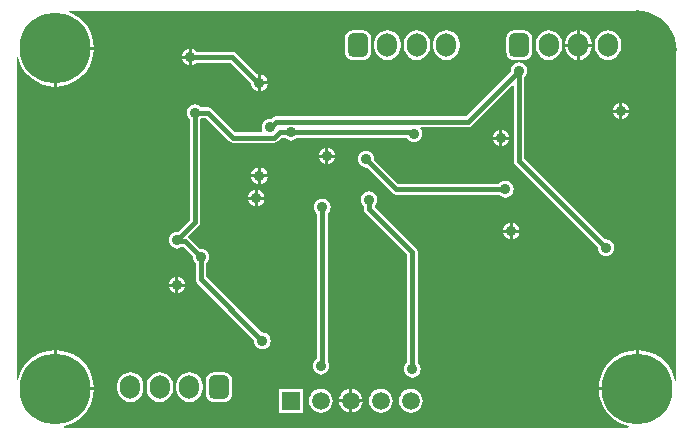
<source format=gbl>
G04*
G04 #@! TF.GenerationSoftware,Altium Limited,Altium Designer,20.2.3 (150)*
G04*
G04 Layer_Physical_Order=2*
G04 Layer_Color=16711680*
%FSLAX25Y25*%
%MOIN*%
G70*
G04*
G04 #@! TF.SameCoordinates,FEE7AC8F-F901-45B1-A19B-458FA38B073B*
G04*
G04*
G04 #@! TF.FilePolarity,Positive*
G04*
G01*
G75*
%ADD48C,0.01500*%
%ADD49O,0.06693X0.07874*%
G04:AMPARAMS|DCode=50|XSize=66.93mil|YSize=78.74mil|CornerRadius=16.73mil|HoleSize=0mil|Usage=FLASHONLY|Rotation=0.000|XOffset=0mil|YOffset=0mil|HoleType=Round|Shape=RoundedRectangle|*
%AMROUNDEDRECTD50*
21,1,0.06693,0.04528,0,0,0.0*
21,1,0.03347,0.07874,0,0,0.0*
1,1,0.03346,0.01673,-0.02264*
1,1,0.03346,-0.01673,-0.02264*
1,1,0.03346,-0.01673,0.02264*
1,1,0.03346,0.01673,0.02264*
%
%ADD50ROUNDEDRECTD50*%
%ADD51C,0.05906*%
%ADD52R,0.05906X0.05906*%
%ADD53C,0.23622*%
%ADD54C,0.03543*%
G36*
X493583Y368480D02*
X495656Y367982D01*
X497626Y367166D01*
X499444Y366052D01*
X501065Y364667D01*
X502450Y363046D01*
X503564Y361228D01*
X504380Y359259D01*
X504878Y357185D01*
X505039Y355136D01*
X505030Y355092D01*
X505023Y355060D01*
X505008Y354593D01*
X505015Y354540D01*
X505023Y354495D01*
Y245273D01*
X504524Y245214D01*
X504222Y246471D01*
X503450Y248334D01*
X502396Y250053D01*
X501087Y251587D01*
X499553Y252896D01*
X497834Y253950D01*
X495971Y254722D01*
X494010Y255192D01*
X492500Y255311D01*
Y242500D01*
X492000D01*
Y242000D01*
X479189D01*
X479308Y240490D01*
X479778Y238529D01*
X480550Y236666D01*
X481604Y234947D01*
X482913Y233413D01*
X484447Y232104D01*
X486166Y231050D01*
X488029Y230278D01*
X489066Y230029D01*
X489007Y229529D01*
X300954Y229529D01*
X300895Y230029D01*
X301962Y230286D01*
X303825Y231057D01*
X305544Y232111D01*
X307077Y233420D01*
X308387Y234954D01*
X309441Y236673D01*
X310212Y238536D01*
X310683Y240497D01*
X310802Y242007D01*
X297991D01*
Y242507D01*
X297491D01*
Y255318D01*
X295980Y255200D01*
X294020Y254729D01*
X292157Y253957D01*
X290437Y252904D01*
X288904Y251594D01*
X287594Y250061D01*
X286541Y248341D01*
X285769Y246478D01*
X285538Y245518D01*
X285038Y245577D01*
Y352969D01*
X285538Y353028D01*
X285778Y352029D01*
X286550Y350166D01*
X287604Y348447D01*
X288913Y346913D01*
X290447Y345604D01*
X292166Y344550D01*
X294029Y343778D01*
X295990Y343308D01*
X297500Y343189D01*
Y356000D01*
X298000D01*
Y356500D01*
X310811D01*
X310692Y358010D01*
X310222Y359971D01*
X309450Y361834D01*
X308396Y363553D01*
X307087Y365087D01*
X305553Y366396D01*
X303834Y367450D01*
X302577Y367971D01*
X302676Y368471D01*
X491303D01*
X491888Y368587D01*
X491923Y368610D01*
X493583Y368480D01*
D02*
G37*
%LPC*%
G36*
X472843Y361909D02*
Y357500D01*
X476726D01*
Y357591D01*
X476577Y358725D01*
X476139Y359783D01*
X475443Y360690D01*
X474535Y361387D01*
X473477Y361825D01*
X472843Y361909D01*
D02*
G37*
G36*
X471842D02*
X471208Y361825D01*
X470151Y361387D01*
X469243Y360690D01*
X468546Y359783D01*
X468108Y358725D01*
X467959Y357591D01*
Y357500D01*
X471842D01*
Y361909D01*
D02*
G37*
G36*
X342500Y355730D02*
X342277Y355700D01*
X341602Y355421D01*
X341023Y354977D01*
X340579Y354398D01*
X340300Y353724D01*
X340270Y353500D01*
X342500D01*
Y355730D01*
D02*
G37*
G36*
X476726Y356500D02*
X472843D01*
Y352091D01*
X473477Y352175D01*
X474535Y352613D01*
X475443Y353309D01*
X476139Y354218D01*
X476577Y355275D01*
X476726Y356409D01*
Y356500D01*
D02*
G37*
G36*
X471842D02*
X467959D01*
Y356409D01*
X468108Y355275D01*
X468546Y354218D01*
X469243Y353309D01*
X470151Y352613D01*
X471208Y352175D01*
X471842Y352091D01*
Y356500D01*
D02*
G37*
G36*
X454331Y361960D02*
X450984D01*
X450286Y361868D01*
X449636Y361599D01*
X449078Y361170D01*
X448649Y360612D01*
X448380Y359962D01*
X448288Y359264D01*
Y354736D01*
X448380Y354038D01*
X448649Y353388D01*
X449078Y352830D01*
X449636Y352401D01*
X450286Y352132D01*
X450984Y352040D01*
X454331D01*
X455029Y352132D01*
X455679Y352401D01*
X456237Y352830D01*
X456666Y353388D01*
X456935Y354038D01*
X457027Y354736D01*
Y359264D01*
X456935Y359962D01*
X456666Y360612D01*
X456237Y361170D01*
X455679Y361599D01*
X455029Y361868D01*
X454331Y361960D01*
D02*
G37*
G36*
X400488D02*
X397142D01*
X396444Y361868D01*
X395794Y361599D01*
X395235Y361170D01*
X394807Y360612D01*
X394537Y359962D01*
X394445Y359264D01*
Y354736D01*
X394537Y354038D01*
X394807Y353388D01*
X395235Y352830D01*
X395794Y352401D01*
X396444Y352132D01*
X397142Y352040D01*
X400488D01*
X401186Y352132D01*
X401836Y352401D01*
X402395Y352830D01*
X402823Y353388D01*
X403093Y354038D01*
X403185Y354736D01*
Y359264D01*
X403093Y359962D01*
X402823Y360612D01*
X402395Y361170D01*
X401836Y361599D01*
X401186Y361868D01*
X400488Y361960D01*
D02*
G37*
G36*
X482185Y361975D02*
X481050Y361825D01*
X479993Y361387D01*
X479085Y360690D01*
X478388Y359783D01*
X477950Y358725D01*
X477801Y357591D01*
Y356409D01*
X477950Y355275D01*
X478388Y354218D01*
X479085Y353309D01*
X479993Y352613D01*
X481050Y352175D01*
X482185Y352026D01*
X483320Y352175D01*
X484377Y352613D01*
X485285Y353309D01*
X485982Y354218D01*
X486420Y355275D01*
X486569Y356409D01*
Y357591D01*
X486420Y358725D01*
X485982Y359783D01*
X485285Y360690D01*
X484377Y361387D01*
X483320Y361825D01*
X482185Y361975D01*
D02*
G37*
G36*
X462500D02*
X461365Y361825D01*
X460308Y361387D01*
X459400Y360690D01*
X458703Y359783D01*
X458265Y358725D01*
X458116Y357591D01*
Y356409D01*
X458265Y355275D01*
X458703Y354218D01*
X459400Y353309D01*
X460308Y352613D01*
X461365Y352175D01*
X462500Y352026D01*
X463635Y352175D01*
X464692Y352613D01*
X465600Y353309D01*
X466297Y354218D01*
X466735Y355275D01*
X466884Y356409D01*
Y357591D01*
X466735Y358725D01*
X466297Y359783D01*
X465600Y360690D01*
X464692Y361387D01*
X463635Y361825D01*
X462500Y361975D01*
D02*
G37*
G36*
X428342D02*
X427208Y361825D01*
X426151Y361387D01*
X425243Y360690D01*
X424546Y359783D01*
X424108Y358725D01*
X423959Y357591D01*
Y356409D01*
X424108Y355275D01*
X424546Y354218D01*
X425243Y353309D01*
X426151Y352613D01*
X427208Y352175D01*
X428342Y352026D01*
X429477Y352175D01*
X430535Y352613D01*
X431442Y353309D01*
X432139Y354218D01*
X432577Y355275D01*
X432726Y356409D01*
Y357591D01*
X432577Y358725D01*
X432139Y359783D01*
X431442Y360690D01*
X430535Y361387D01*
X429477Y361825D01*
X428342Y361975D01*
D02*
G37*
G36*
X418500D02*
X417365Y361825D01*
X416308Y361387D01*
X415400Y360690D01*
X414703Y359783D01*
X414265Y358725D01*
X414116Y357591D01*
Y356409D01*
X414265Y355275D01*
X414703Y354218D01*
X415400Y353309D01*
X416308Y352613D01*
X417365Y352175D01*
X418500Y352026D01*
X419635Y352175D01*
X420692Y352613D01*
X421600Y353309D01*
X422297Y354218D01*
X422735Y355275D01*
X422884Y356409D01*
Y357591D01*
X422735Y358725D01*
X422297Y359783D01*
X421600Y360690D01*
X420692Y361387D01*
X419635Y361825D01*
X418500Y361975D01*
D02*
G37*
G36*
X408658D02*
X407523Y361825D01*
X406465Y361387D01*
X405557Y360690D01*
X404861Y359783D01*
X404423Y358725D01*
X404274Y357591D01*
Y356409D01*
X404423Y355275D01*
X404861Y354218D01*
X405557Y353309D01*
X406465Y352613D01*
X407523Y352175D01*
X408658Y352026D01*
X409792Y352175D01*
X410850Y352613D01*
X411757Y353309D01*
X412454Y354218D01*
X412892Y355275D01*
X413041Y356409D01*
Y357591D01*
X412892Y358725D01*
X412454Y359783D01*
X411757Y360690D01*
X410850Y361387D01*
X409792Y361825D01*
X408658Y361975D01*
D02*
G37*
G36*
X342500Y352500D02*
X340270D01*
X340300Y352276D01*
X340579Y351602D01*
X341023Y351023D01*
X341602Y350579D01*
X342277Y350300D01*
X342500Y350270D01*
Y352500D01*
D02*
G37*
G36*
X366500Y347230D02*
Y345000D01*
X368730D01*
X368700Y345223D01*
X368421Y345898D01*
X367977Y346477D01*
X367398Y346921D01*
X366723Y347200D01*
X366500Y347230D01*
D02*
G37*
G36*
X310811Y355500D02*
X298500D01*
Y343189D01*
X300010Y343308D01*
X301971Y343778D01*
X303834Y344550D01*
X305553Y345604D01*
X307087Y346913D01*
X308396Y348447D01*
X309450Y350166D01*
X310222Y352029D01*
X310692Y353990D01*
X310811Y355500D01*
D02*
G37*
G36*
X368730Y344000D02*
X366500D01*
Y341770D01*
X366723Y341800D01*
X367398Y342079D01*
X367977Y342523D01*
X368421Y343102D01*
X368700Y343776D01*
X368730Y344000D01*
D02*
G37*
G36*
X343500Y355730D02*
Y353000D01*
Y350270D01*
X343724Y350300D01*
X344398Y350579D01*
X344977Y351023D01*
X345125Y351216D01*
X356261D01*
X363239Y344238D01*
X363300Y343776D01*
X363579Y343102D01*
X364023Y342523D01*
X364602Y342079D01*
X365277Y341800D01*
X365500Y341770D01*
Y344500D01*
Y347230D01*
X365318Y347206D01*
X358262Y354262D01*
X357683Y354648D01*
X357000Y354784D01*
X345125D01*
X344977Y354977D01*
X344398Y355421D01*
X343724Y355700D01*
X343500Y355730D01*
D02*
G37*
G36*
X487000Y337730D02*
Y335500D01*
X489230D01*
X489200Y335723D01*
X488921Y336398D01*
X488477Y336977D01*
X487898Y337421D01*
X487223Y337700D01*
X487000Y337730D01*
D02*
G37*
G36*
X486000D02*
X485777Y337700D01*
X485102Y337421D01*
X484523Y336977D01*
X484079Y336398D01*
X483800Y335723D01*
X483770Y335500D01*
X486000D01*
Y337730D01*
D02*
G37*
G36*
X489230Y334500D02*
X487000D01*
Y332270D01*
X487223Y332300D01*
X487898Y332579D01*
X488477Y333023D01*
X488921Y333602D01*
X489200Y334277D01*
X489230Y334500D01*
D02*
G37*
G36*
X486000D02*
X483770D01*
X483800Y334277D01*
X484079Y333602D01*
X484523Y333023D01*
X485102Y332579D01*
X485777Y332300D01*
X486000Y332270D01*
Y334500D01*
D02*
G37*
G36*
X447000Y328730D02*
Y326500D01*
X449230D01*
X449200Y326724D01*
X448921Y327398D01*
X448477Y327977D01*
X447898Y328421D01*
X447224Y328700D01*
X447000Y328730D01*
D02*
G37*
G36*
X446000D02*
X445777Y328700D01*
X445102Y328421D01*
X444523Y327977D01*
X444079Y327398D01*
X443800Y326724D01*
X443770Y326500D01*
X446000D01*
Y328730D01*
D02*
G37*
G36*
X449230Y325500D02*
X447000D01*
Y323270D01*
X447224Y323300D01*
X447898Y323579D01*
X448477Y324023D01*
X448921Y324602D01*
X449200Y325276D01*
X449230Y325500D01*
D02*
G37*
G36*
X446000D02*
X443770D01*
X443800Y325276D01*
X444079Y324602D01*
X444523Y324023D01*
X445102Y323579D01*
X445777Y323300D01*
X446000Y323270D01*
Y325500D01*
D02*
G37*
G36*
X389000Y322730D02*
Y320500D01*
X391230D01*
X391200Y320724D01*
X390921Y321398D01*
X390477Y321977D01*
X389898Y322421D01*
X389224Y322700D01*
X389000Y322730D01*
D02*
G37*
G36*
X388000D02*
X387776Y322700D01*
X387102Y322421D01*
X386523Y321977D01*
X386079Y321398D01*
X385800Y320724D01*
X385770Y320500D01*
X388000D01*
Y322730D01*
D02*
G37*
G36*
X391230Y319500D02*
X389000D01*
Y317270D01*
X389224Y317300D01*
X389898Y317579D01*
X390477Y318023D01*
X390921Y318602D01*
X391200Y319276D01*
X391230Y319500D01*
D02*
G37*
G36*
X388000D02*
X385770D01*
X385800Y319276D01*
X386079Y318602D01*
X386523Y318023D01*
X387102Y317579D01*
X387776Y317300D01*
X388000Y317270D01*
Y319500D01*
D02*
G37*
G36*
X366500Y316230D02*
Y314000D01*
X368730D01*
X368700Y314224D01*
X368421Y314898D01*
X367977Y315477D01*
X367398Y315921D01*
X366723Y316200D01*
X366500Y316230D01*
D02*
G37*
G36*
X365500D02*
X365277Y316200D01*
X364602Y315921D01*
X364023Y315477D01*
X363579Y314898D01*
X363300Y314224D01*
X363270Y314000D01*
X365500D01*
Y316230D01*
D02*
G37*
G36*
X368730Y313000D02*
X366500D01*
Y310770D01*
X366723Y310800D01*
X367398Y311079D01*
X367977Y311523D01*
X368421Y312102D01*
X368700Y312776D01*
X368730Y313000D01*
D02*
G37*
G36*
X365500D02*
X363270D01*
X363300Y312776D01*
X363579Y312102D01*
X364023Y311523D01*
X364602Y311079D01*
X365277Y310800D01*
X365500Y310770D01*
Y313000D01*
D02*
G37*
G36*
Y308730D02*
Y306500D01*
X367730D01*
X367700Y306723D01*
X367421Y307398D01*
X366977Y307977D01*
X366398Y308421D01*
X365723Y308700D01*
X365500Y308730D01*
D02*
G37*
G36*
X364500D02*
X364277Y308700D01*
X363602Y308421D01*
X363023Y307977D01*
X362579Y307398D01*
X362300Y306723D01*
X362270Y306500D01*
X364500D01*
Y308730D01*
D02*
G37*
G36*
X401500Y321796D02*
X400776Y321700D01*
X400102Y321421D01*
X399523Y320977D01*
X399079Y320398D01*
X398800Y319724D01*
X398704Y319000D01*
X398800Y318277D01*
X399079Y317602D01*
X399523Y317023D01*
X400102Y316579D01*
X400776Y316300D01*
X401500Y316204D01*
X401741Y316236D01*
X410238Y307738D01*
X410238Y307738D01*
X410817Y307351D01*
X411500Y307216D01*
X411500Y307216D01*
X445876D01*
X446023Y307023D01*
X446602Y306579D01*
X447276Y306300D01*
X448000Y306204D01*
X448724Y306300D01*
X449398Y306579D01*
X449977Y307023D01*
X450421Y307602D01*
X450700Y308277D01*
X450796Y309000D01*
X450700Y309723D01*
X450421Y310398D01*
X449977Y310977D01*
X449398Y311421D01*
X448724Y311700D01*
X448000Y311796D01*
X447276Y311700D01*
X446602Y311421D01*
X446023Y310977D01*
X445876Y310784D01*
X412239D01*
X404264Y318759D01*
X404296Y319000D01*
X404200Y319724D01*
X403921Y320398D01*
X403477Y320977D01*
X402898Y321421D01*
X402223Y321700D01*
X401500Y321796D01*
D02*
G37*
G36*
X367730Y305500D02*
X365500D01*
Y303270D01*
X365723Y303300D01*
X366398Y303579D01*
X366977Y304023D01*
X367421Y304602D01*
X367700Y305276D01*
X367730Y305500D01*
D02*
G37*
G36*
X364500D02*
X362270D01*
X362300Y305276D01*
X362579Y304602D01*
X363023Y304023D01*
X363602Y303579D01*
X364277Y303300D01*
X364500Y303270D01*
Y305500D01*
D02*
G37*
G36*
X450500Y297730D02*
Y295500D01*
X452730D01*
X452700Y295724D01*
X452421Y296398D01*
X451977Y296977D01*
X451398Y297421D01*
X450724Y297700D01*
X450500Y297730D01*
D02*
G37*
G36*
X449500D02*
X449276Y297700D01*
X448602Y297421D01*
X448023Y296977D01*
X447579Y296398D01*
X447300Y295724D01*
X447270Y295500D01*
X449500D01*
Y297730D01*
D02*
G37*
G36*
X452730Y294500D02*
X450500D01*
Y292270D01*
X450724Y292300D01*
X451398Y292579D01*
X451977Y293023D01*
X452421Y293602D01*
X452700Y294276D01*
X452730Y294500D01*
D02*
G37*
G36*
X449500D02*
X447270D01*
X447300Y294276D01*
X447579Y293602D01*
X448023Y293023D01*
X448602Y292579D01*
X449276Y292300D01*
X449500Y292270D01*
Y294500D01*
D02*
G37*
G36*
X452500Y351296D02*
X451777Y351200D01*
X451102Y350921D01*
X450523Y350477D01*
X450079Y349898D01*
X449800Y349223D01*
X449704Y348500D01*
X449736Y348259D01*
X434783Y333306D01*
X371522D01*
X371522Y333306D01*
X370839Y333170D01*
X370260Y332783D01*
X370260Y332783D01*
X369942Y332466D01*
X369500Y332524D01*
X368776Y332429D01*
X368102Y332149D01*
X367523Y331705D01*
X367079Y331126D01*
X366800Y330452D01*
X366704Y329728D01*
X366800Y329005D01*
X367013Y328491D01*
X366765Y327991D01*
X357988D01*
X350217Y335762D01*
X349639Y336149D01*
X348956Y336284D01*
X346624D01*
X346477Y336477D01*
X345898Y336921D01*
X345223Y337200D01*
X344500Y337296D01*
X343776Y337200D01*
X343102Y336921D01*
X342523Y336477D01*
X342079Y335898D01*
X341800Y335224D01*
X341704Y334500D01*
X341800Y333776D01*
X342079Y333102D01*
X342523Y332523D01*
X342716Y332376D01*
Y298739D01*
X338740Y294764D01*
X338500Y294796D01*
X337776Y294700D01*
X337102Y294421D01*
X336523Y293977D01*
X336079Y293398D01*
X335800Y292723D01*
X335704Y292000D01*
X335800Y291277D01*
X336079Y290602D01*
X336523Y290023D01*
X337102Y289579D01*
X337776Y289300D01*
X338500Y289204D01*
X339224Y289300D01*
X339898Y289579D01*
X340413Y289975D01*
X343736Y286652D01*
X343704Y286411D01*
X343800Y285688D01*
X344079Y285014D01*
X344523Y284435D01*
X344716Y284287D01*
Y279000D01*
X344851Y278317D01*
X345238Y277738D01*
X364236Y258740D01*
X364204Y258500D01*
X364300Y257776D01*
X364579Y257102D01*
X365023Y256523D01*
X365602Y256079D01*
X366277Y255800D01*
X367000Y255704D01*
X367723Y255800D01*
X368398Y256079D01*
X368977Y256523D01*
X369421Y257102D01*
X369700Y257776D01*
X369796Y258500D01*
X369700Y259224D01*
X369421Y259898D01*
X368977Y260477D01*
X368398Y260921D01*
X367723Y261200D01*
X367000Y261296D01*
X366759Y261264D01*
X348284Y279739D01*
Y284287D01*
X348477Y284435D01*
X348921Y285014D01*
X349200Y285688D01*
X349296Y286411D01*
X349200Y287135D01*
X348921Y287809D01*
X348477Y288388D01*
X347898Y288832D01*
X347223Y289112D01*
X346500Y289207D01*
X346259Y289175D01*
X342311Y293124D01*
X342296Y293273D01*
X345762Y296738D01*
X346148Y297317D01*
X346284Y298000D01*
Y332376D01*
X346477Y332523D01*
X346624Y332716D01*
X348217D01*
X355987Y324945D01*
X355987Y324945D01*
X356566Y324558D01*
X357249Y324422D01*
X357249Y324422D01*
X370959D01*
X371641Y324558D01*
X372220Y324945D01*
X373491Y326216D01*
X374376D01*
X374523Y326023D01*
X375102Y325579D01*
X375777Y325300D01*
X376500Y325204D01*
X377223Y325300D01*
X377898Y325579D01*
X378477Y326023D01*
X378625Y326216D01*
X415032D01*
X415079Y326102D01*
X415523Y325523D01*
X416102Y325079D01*
X416777Y324800D01*
X417500Y324704D01*
X418223Y324800D01*
X418898Y325079D01*
X419477Y325523D01*
X419921Y326102D01*
X420200Y326777D01*
X420296Y327500D01*
X420200Y328223D01*
X419921Y328898D01*
X419661Y329237D01*
X419907Y329737D01*
X435522D01*
X436204Y329873D01*
X436783Y330260D01*
X450254Y343730D01*
X450716Y343539D01*
Y318500D01*
X450851Y317817D01*
X451238Y317238D01*
X478736Y289740D01*
X478704Y289500D01*
X478800Y288776D01*
X479079Y288102D01*
X479523Y287523D01*
X480102Y287079D01*
X480777Y286800D01*
X481500Y286704D01*
X482224Y286800D01*
X482898Y287079D01*
X483477Y287523D01*
X483921Y288102D01*
X484200Y288776D01*
X484296Y289500D01*
X484200Y290224D01*
X483921Y290898D01*
X483477Y291477D01*
X482898Y291921D01*
X482224Y292200D01*
X481500Y292296D01*
X481259Y292264D01*
X454284Y319239D01*
Y346375D01*
X454477Y346523D01*
X454921Y347102D01*
X455200Y347777D01*
X455296Y348500D01*
X455200Y349223D01*
X454921Y349898D01*
X454477Y350477D01*
X453898Y350921D01*
X453224Y351200D01*
X452500Y351296D01*
D02*
G37*
G36*
X339000Y279730D02*
Y277500D01*
X341230D01*
X341200Y277724D01*
X340921Y278398D01*
X340477Y278977D01*
X339898Y279421D01*
X339224Y279700D01*
X339000Y279730D01*
D02*
G37*
G36*
X338000D02*
X337776Y279700D01*
X337102Y279421D01*
X336523Y278977D01*
X336079Y278398D01*
X335800Y277724D01*
X335770Y277500D01*
X338000D01*
Y279730D01*
D02*
G37*
G36*
X341230Y276500D02*
X339000D01*
Y274270D01*
X339224Y274300D01*
X339898Y274579D01*
X340477Y275023D01*
X340921Y275602D01*
X341200Y276276D01*
X341230Y276500D01*
D02*
G37*
G36*
X338000D02*
X335770D01*
X335800Y276276D01*
X336079Y275602D01*
X336523Y275023D01*
X337102Y274579D01*
X337776Y274300D01*
X338000Y274270D01*
Y276500D01*
D02*
G37*
G36*
X387000Y305796D02*
X386277Y305700D01*
X385602Y305421D01*
X385023Y304977D01*
X384579Y304398D01*
X384300Y303724D01*
X384204Y303000D01*
X384300Y302276D01*
X384579Y301602D01*
X385023Y301023D01*
X385216Y300875D01*
Y252468D01*
X385102Y252421D01*
X384523Y251977D01*
X384079Y251398D01*
X383800Y250724D01*
X383704Y250000D01*
X383800Y249276D01*
X384079Y248602D01*
X384523Y248023D01*
X385102Y247579D01*
X385776Y247300D01*
X386500Y247204D01*
X387224Y247300D01*
X387898Y247579D01*
X388477Y248023D01*
X388921Y248602D01*
X389200Y249276D01*
X389296Y250000D01*
X389200Y250724D01*
X388921Y251398D01*
X388784Y251576D01*
Y300875D01*
X388977Y301023D01*
X389421Y301602D01*
X389700Y302276D01*
X389796Y303000D01*
X389700Y303724D01*
X389421Y304398D01*
X388977Y304977D01*
X388398Y305421D01*
X387723Y305700D01*
X387000Y305796D01*
D02*
G37*
G36*
X402500Y308296D02*
X401777Y308200D01*
X401102Y307921D01*
X400523Y307477D01*
X400079Y306898D01*
X399800Y306224D01*
X399704Y305500D01*
X399800Y304777D01*
X400079Y304102D01*
X400523Y303523D01*
X400716Y303376D01*
Y302500D01*
X400851Y301817D01*
X401238Y301238D01*
X415216Y287261D01*
Y251125D01*
X415023Y250977D01*
X414579Y250398D01*
X414300Y249724D01*
X414204Y249000D01*
X414300Y248276D01*
X414579Y247602D01*
X415023Y247023D01*
X415602Y246579D01*
X416277Y246300D01*
X417000Y246204D01*
X417724Y246300D01*
X418398Y246579D01*
X418977Y247023D01*
X419421Y247602D01*
X419700Y248276D01*
X419796Y249000D01*
X419700Y249724D01*
X419421Y250398D01*
X418977Y250977D01*
X418784Y251125D01*
Y288000D01*
X418784Y288000D01*
X418648Y288683D01*
X418262Y289262D01*
X418262Y289262D01*
X404554Y302970D01*
X404477Y303523D01*
X404921Y304102D01*
X405200Y304777D01*
X405296Y305500D01*
X405200Y306224D01*
X404921Y306898D01*
X404477Y307477D01*
X403898Y307921D01*
X403224Y308200D01*
X402500Y308296D01*
D02*
G37*
G36*
X298491Y255318D02*
Y243007D01*
X310802D01*
X310683Y244517D01*
X310212Y246478D01*
X309441Y248341D01*
X308387Y250061D01*
X307077Y251594D01*
X305544Y252904D01*
X303825Y253957D01*
X301962Y254729D01*
X300001Y255200D01*
X298491Y255318D01*
D02*
G37*
G36*
X491500Y255311D02*
X489990Y255192D01*
X488029Y254722D01*
X486166Y253950D01*
X484447Y252896D01*
X482913Y251587D01*
X481604Y250053D01*
X480550Y248334D01*
X479778Y246471D01*
X479308Y244510D01*
X479189Y243000D01*
X491500D01*
Y255311D01*
D02*
G37*
G36*
X397000Y242421D02*
Y239000D01*
X400421D01*
X400351Y239532D01*
X399953Y240493D01*
X399319Y241319D01*
X398493Y241953D01*
X397532Y242351D01*
X397000Y242421D01*
D02*
G37*
G36*
X396000D02*
X395468Y242351D01*
X394507Y241953D01*
X393681Y241319D01*
X393047Y240493D01*
X392649Y239532D01*
X392579Y239000D01*
X396000D01*
Y242421D01*
D02*
G37*
G36*
X354173Y247960D02*
X350827D01*
X350129Y247868D01*
X349479Y247599D01*
X348920Y247170D01*
X348492Y246612D01*
X348222Y245962D01*
X348130Y245264D01*
Y240736D01*
X348222Y240038D01*
X348492Y239388D01*
X348920Y238830D01*
X349479Y238401D01*
X350129Y238132D01*
X350827Y238040D01*
X354173D01*
X354871Y238132D01*
X355521Y238401D01*
X356080Y238830D01*
X356508Y239388D01*
X356778Y240038D01*
X356870Y240736D01*
Y245264D01*
X356778Y245962D01*
X356508Y246612D01*
X356080Y247170D01*
X355521Y247599D01*
X354871Y247868D01*
X354173Y247960D01*
D02*
G37*
G36*
X342657Y247974D02*
X341523Y247825D01*
X340465Y247387D01*
X339558Y246691D01*
X338861Y245782D01*
X338423Y244725D01*
X338274Y243591D01*
Y242409D01*
X338423Y241275D01*
X338861Y240217D01*
X339558Y239310D01*
X340465Y238613D01*
X341523Y238175D01*
X342657Y238025D01*
X343792Y238175D01*
X344849Y238613D01*
X345757Y239310D01*
X346454Y240217D01*
X346892Y241275D01*
X347041Y242409D01*
Y243591D01*
X346892Y244725D01*
X346454Y245782D01*
X345757Y246691D01*
X344849Y247387D01*
X343792Y247825D01*
X342657Y247974D01*
D02*
G37*
G36*
X332815D02*
X331680Y247825D01*
X330623Y247387D01*
X329715Y246691D01*
X329018Y245782D01*
X328580Y244725D01*
X328431Y243591D01*
Y242409D01*
X328580Y241275D01*
X329018Y240217D01*
X329715Y239310D01*
X330623Y238613D01*
X331680Y238175D01*
X332815Y238025D01*
X333950Y238175D01*
X335007Y238613D01*
X335915Y239310D01*
X336612Y240217D01*
X337050Y241275D01*
X337199Y242409D01*
Y243591D01*
X337050Y244725D01*
X336612Y245782D01*
X335915Y246691D01*
X335007Y247387D01*
X333950Y247825D01*
X332815Y247974D01*
D02*
G37*
G36*
X322972D02*
X321838Y247825D01*
X320780Y247387D01*
X319872Y246691D01*
X319176Y245782D01*
X318738Y244725D01*
X318588Y243591D01*
Y242409D01*
X318738Y241275D01*
X319176Y240217D01*
X319872Y239310D01*
X320780Y238613D01*
X321838Y238175D01*
X322972Y238025D01*
X324107Y238175D01*
X325164Y238613D01*
X326072Y239310D01*
X326769Y240217D01*
X327207Y241275D01*
X327356Y242409D01*
Y243591D01*
X327207Y244725D01*
X326769Y245782D01*
X326072Y246691D01*
X325164Y247387D01*
X324107Y247825D01*
X322972Y247974D01*
D02*
G37*
G36*
X400421Y238000D02*
X397000D01*
Y234579D01*
X397532Y234649D01*
X398493Y235047D01*
X399319Y235681D01*
X399953Y236507D01*
X400351Y237468D01*
X400421Y238000D01*
D02*
G37*
G36*
X396000D02*
X392579D01*
X392649Y237468D01*
X393047Y236507D01*
X393681Y235681D01*
X394507Y235047D01*
X395468Y234649D01*
X396000Y234579D01*
Y238000D01*
D02*
G37*
G36*
X380453Y242453D02*
X372547D01*
Y234547D01*
X380453D01*
Y242453D01*
D02*
G37*
G36*
X416500Y242487D02*
X415468Y242351D01*
X414507Y241953D01*
X413681Y241319D01*
X413047Y240493D01*
X412649Y239532D01*
X412513Y238500D01*
X412649Y237468D01*
X413047Y236507D01*
X413681Y235681D01*
X414507Y235047D01*
X415468Y234649D01*
X416500Y234513D01*
X417532Y234649D01*
X418493Y235047D01*
X419319Y235681D01*
X419953Y236507D01*
X420351Y237468D01*
X420487Y238500D01*
X420351Y239532D01*
X419953Y240493D01*
X419319Y241319D01*
X418493Y241953D01*
X417532Y242351D01*
X416500Y242487D01*
D02*
G37*
G36*
X406500D02*
X405468Y242351D01*
X404507Y241953D01*
X403681Y241319D01*
X403047Y240493D01*
X402649Y239532D01*
X402513Y238500D01*
X402649Y237468D01*
X403047Y236507D01*
X403681Y235681D01*
X404507Y235047D01*
X405468Y234649D01*
X406500Y234513D01*
X407532Y234649D01*
X408493Y235047D01*
X409319Y235681D01*
X409953Y236507D01*
X410351Y237468D01*
X410487Y238500D01*
X410351Y239532D01*
X409953Y240493D01*
X409319Y241319D01*
X408493Y241953D01*
X407532Y242351D01*
X406500Y242487D01*
D02*
G37*
G36*
X386500D02*
X385468Y242351D01*
X384507Y241953D01*
X383681Y241319D01*
X383047Y240493D01*
X382649Y239532D01*
X382513Y238500D01*
X382649Y237468D01*
X383047Y236507D01*
X383681Y235681D01*
X384507Y235047D01*
X385468Y234649D01*
X386500Y234513D01*
X387532Y234649D01*
X388493Y235047D01*
X389319Y235681D01*
X389953Y236507D01*
X390351Y237468D01*
X390487Y238500D01*
X390351Y239532D01*
X389953Y240493D01*
X389319Y241319D01*
X388493Y241953D01*
X387532Y242351D01*
X386500Y242487D01*
D02*
G37*
%LPD*%
D48*
X376500Y328000D02*
X417000D01*
X417500Y327500D01*
X387000Y250500D02*
Y303000D01*
X386500Y250000D02*
X387000Y250500D01*
X346500Y279000D02*
Y286411D01*
Y279000D02*
X367000Y258500D01*
X365500Y344500D02*
X366000D01*
X357000Y353000D02*
X365500Y344500D01*
X344500Y334500D02*
X348956D01*
X357249Y326207D01*
X338500Y292000D02*
X344500Y298000D01*
Y334500D01*
X372752Y328000D02*
X376500D01*
X357249Y326207D02*
X370959D01*
X369500Y329728D02*
X369728D01*
X370959Y326207D02*
X372752Y328000D01*
X369728Y329728D02*
X371522Y331522D01*
X435522D02*
X452500Y348500D01*
X371522Y331522D02*
X435522D01*
X402500Y302500D02*
X417000Y288000D01*
X402500Y302500D02*
Y305500D01*
X401500Y319000D02*
X411500Y309000D01*
X448000D01*
X338500Y292000D02*
X338638Y291862D01*
X341049D02*
X346500Y286411D01*
X338638Y291862D02*
X341049D01*
X417000Y249000D02*
Y288000D01*
X343000Y353000D02*
X357000D01*
X343000D02*
Y353500D01*
X452500Y318500D02*
X481500Y289500D01*
X452500Y318500D02*
Y348500D01*
D49*
X482185Y357000D02*
D03*
X472342D02*
D03*
X462500D02*
D03*
X428342D02*
D03*
X418500D02*
D03*
X408658D02*
D03*
X342657Y243000D02*
D03*
X332815D02*
D03*
X322972D02*
D03*
D50*
X452658Y357000D02*
D03*
X398815D02*
D03*
X352500Y243000D02*
D03*
D51*
X416500Y238500D02*
D03*
X406500D02*
D03*
X396500D02*
D03*
X386500D02*
D03*
D52*
X376500D02*
D03*
D53*
X492000Y242500D02*
D03*
X298000Y356000D02*
D03*
X297991Y242507D02*
D03*
D54*
X417500Y327500D02*
D03*
X386500Y250000D02*
D03*
X367000Y258500D02*
D03*
X366000Y344500D02*
D03*
X344500Y334500D02*
D03*
X369500Y329728D02*
D03*
X376500Y328000D02*
D03*
X402500Y305500D02*
D03*
X387000Y303000D02*
D03*
X401500Y319000D02*
D03*
X388500Y320000D02*
D03*
X346500Y286411D02*
D03*
X417000Y249000D02*
D03*
X448000Y309000D02*
D03*
X486500Y335000D02*
D03*
X446500Y326000D02*
D03*
X343000Y353000D02*
D03*
X481500Y289500D02*
D03*
X450000Y295000D02*
D03*
X365000Y306000D02*
D03*
X366000Y313500D02*
D03*
X338500Y277000D02*
D03*
Y292000D02*
D03*
X452500Y348500D02*
D03*
M02*

</source>
